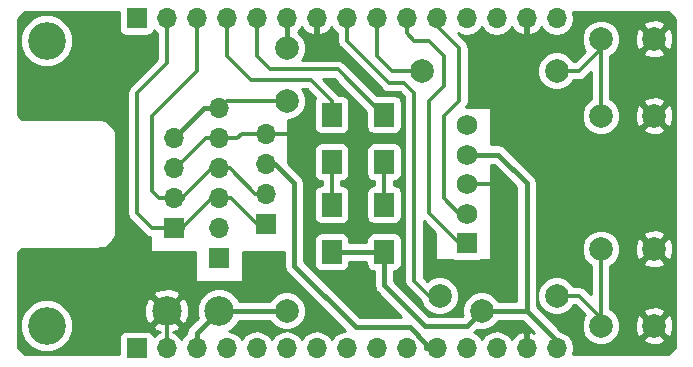
<source format=gbr>
G04 #@! TF.FileFunction,Copper,L2,Bot,Signal*
%FSLAX46Y46*%
G04 Gerber Fmt 4.6, Leading zero omitted, Abs format (unit mm)*
G04 Created by KiCad (PCBNEW 4.0.7) date 03/26/18 16:44:32*
%MOMM*%
%LPD*%
G01*
G04 APERTURE LIST*
%ADD10C,0.100000*%
%ADD11C,2.000000*%
%ADD12R,1.700000X1.700000*%
%ADD13O,1.700000X1.700000*%
%ADD14R,1.750000X1.750000*%
%ADD15C,1.750000*%
%ADD16R,1.700000X2.000000*%
%ADD17C,3.200000*%
%ADD18C,2.499360*%
%ADD19C,0.350000*%
%ADD20C,0.450000*%
%ADD21C,0.254000*%
G04 APERTURE END LIST*
D10*
D11*
X173355000Y-79375000D03*
X173355000Y-83820000D03*
X173355000Y-101600000D03*
X189865000Y-101600000D03*
X186309000Y-100330000D03*
X196215000Y-100330000D03*
X184785000Y-81280000D03*
X196215000Y-81280000D03*
D12*
X163830000Y-94615000D03*
D13*
X163830000Y-92075000D03*
X163830000Y-89535000D03*
X163830000Y-86995000D03*
D12*
X167640000Y-97155000D03*
D13*
X167640000Y-94615000D03*
X167640000Y-92075000D03*
X167640000Y-89535000D03*
X167640000Y-86995000D03*
X167640000Y-84455000D03*
D11*
X199970000Y-85090000D03*
X204470000Y-85090000D03*
X199970000Y-78590000D03*
X204470000Y-78590000D03*
X199970000Y-102870000D03*
X204470000Y-102870000D03*
X199970000Y-96370000D03*
X204470000Y-96370000D03*
D14*
X188595000Y-95885000D03*
D15*
X188595000Y-93385000D03*
X188595000Y-90885000D03*
X188595000Y-88385000D03*
X188595000Y-85885000D03*
D16*
X177165000Y-92615000D03*
X177165000Y-96615000D03*
X181610000Y-92615000D03*
X181610000Y-96615000D03*
D12*
X160655000Y-104775000D03*
D13*
X163195000Y-104775000D03*
X165735000Y-104775000D03*
X168275000Y-104775000D03*
X170815000Y-104775000D03*
X173355000Y-104775000D03*
X175895000Y-104775000D03*
X178435000Y-104775000D03*
X180975000Y-104775000D03*
X183515000Y-104775000D03*
X186055000Y-104775000D03*
X188595000Y-104775000D03*
X191135000Y-104775000D03*
X193675000Y-104775000D03*
X196215000Y-104775000D03*
D12*
X160655000Y-76835000D03*
D13*
X163195000Y-76835000D03*
X165735000Y-76835000D03*
X168275000Y-76835000D03*
X170815000Y-76835000D03*
X173355000Y-76835000D03*
X175895000Y-76835000D03*
X178435000Y-76835000D03*
X180975000Y-76835000D03*
X183515000Y-76835000D03*
X186055000Y-76835000D03*
X188595000Y-76835000D03*
X191135000Y-76835000D03*
X193675000Y-76835000D03*
X196215000Y-76835000D03*
D12*
X171577000Y-94234000D03*
D13*
X171577000Y-91694000D03*
X171577000Y-89154000D03*
X171577000Y-86614000D03*
D17*
X153035000Y-102870000D03*
X153035000Y-78740000D03*
D18*
X163195000Y-101600000D03*
X167640000Y-101600000D03*
D16*
X177165000Y-84995000D03*
X177165000Y-88995000D03*
X181610000Y-84995000D03*
X181610000Y-88995000D03*
D19*
X167640000Y-92075000D02*
X168656000Y-92075000D01*
X168656000Y-92075000D02*
X170815000Y-94234000D01*
X170815000Y-94234000D02*
X171577000Y-94234000D01*
X163830000Y-94615000D02*
X161925000Y-94615000D01*
X163195000Y-80645000D02*
X163195000Y-76835000D01*
X160655000Y-83185000D02*
X163195000Y-80645000D01*
X160655000Y-93345000D02*
X160655000Y-83185000D01*
X161925000Y-94615000D02*
X160655000Y-93345000D01*
X167640000Y-92075000D02*
X168275000Y-92075000D01*
D20*
X163830000Y-94615000D02*
X164465000Y-94615000D01*
D19*
X164465000Y-94615000D02*
X167005000Y-92075000D01*
D20*
X167005000Y-92075000D02*
X167640000Y-92075000D01*
X167005000Y-92075000D02*
X167640000Y-92075000D01*
X167005000Y-92075000D02*
X167640000Y-92075000D01*
D19*
X167640000Y-89535000D02*
X168529000Y-89535000D01*
X170688000Y-91694000D02*
X171577000Y-91694000D01*
X168529000Y-89535000D02*
X170688000Y-91694000D01*
X163830000Y-92075000D02*
X162560000Y-92075000D01*
X165735000Y-81280000D02*
X165735000Y-76835000D01*
X161925000Y-85090000D02*
X165735000Y-81280000D01*
X161925000Y-91440000D02*
X161925000Y-85090000D01*
X162560000Y-92075000D02*
X161925000Y-91440000D01*
X167640000Y-89535000D02*
X168275000Y-89535000D01*
D20*
X163830000Y-92075000D02*
X164465000Y-92075000D01*
D19*
X164465000Y-92075000D02*
X167005000Y-89535000D01*
D20*
X167005000Y-89535000D02*
X167640000Y-89535000D01*
X167005000Y-89535000D02*
X167640000Y-89535000D01*
X167005000Y-89535000D02*
X167640000Y-89535000D01*
X186055000Y-104775000D02*
X185166000Y-104775000D01*
X183769000Y-102997000D02*
X183388000Y-102997000D01*
X185166000Y-104394000D02*
X183769000Y-102997000D01*
X185166000Y-104775000D02*
X185166000Y-104394000D01*
X171577000Y-89154000D02*
X172339000Y-89154000D01*
X172339000Y-89154000D02*
X173990000Y-90805000D01*
X179197000Y-102997000D02*
X183388000Y-102997000D01*
X173990000Y-97790000D02*
X179197000Y-102997000D01*
X173990000Y-90805000D02*
X173990000Y-97790000D01*
X186055000Y-104775000D02*
X186055000Y-104775000D01*
X173355000Y-79375000D02*
X173355000Y-76835000D01*
X163830000Y-86995000D02*
X166370000Y-84455000D01*
D19*
X188595000Y-90885000D02*
X191055000Y-90885000D01*
X191055000Y-90885000D02*
X191135000Y-90805000D01*
X171577000Y-86614000D02*
X173990000Y-86614000D01*
X167640000Y-86995000D02*
X169164000Y-86995000D01*
X169164000Y-86995000D02*
X169545000Y-86614000D01*
X169545000Y-86614000D02*
X171577000Y-86614000D01*
X163195000Y-101600000D02*
X163195000Y-104775000D01*
X163830000Y-89535000D02*
X163957000Y-89535000D01*
X163957000Y-89535000D02*
X166497000Y-86995000D01*
X166497000Y-86995000D02*
X167640000Y-86995000D01*
D20*
X189865000Y-101600000D02*
X188595000Y-102870000D01*
X181610000Y-99441000D02*
X181610000Y-96615000D01*
X185039000Y-102870000D02*
X181610000Y-99441000D01*
X188595000Y-102870000D02*
X185039000Y-102870000D01*
X181610000Y-96615000D02*
X177165000Y-96615000D01*
X193675000Y-95885000D02*
X193675000Y-90805000D01*
X193675000Y-101600000D02*
X193675000Y-95885000D01*
X191255000Y-88385000D02*
X188595000Y-88385000D01*
X193675000Y-90805000D02*
X191255000Y-88385000D01*
X173355000Y-101600000D02*
X167640000Y-101600000D01*
X165735000Y-103505000D02*
X165735000Y-104775000D01*
X167640000Y-101600000D02*
X165735000Y-103505000D01*
X189865000Y-101600000D02*
X193675000Y-101600000D01*
X193675000Y-101600000D02*
X196215000Y-104140000D01*
X196215000Y-104140000D02*
X196215000Y-104775000D01*
D19*
X188595000Y-95885000D02*
X187960000Y-95885000D01*
X187960000Y-95885000D02*
X185420000Y-93345000D01*
X185420000Y-93345000D02*
X185420000Y-84455000D01*
X185420000Y-84455000D02*
X185420000Y-83820000D01*
X185420000Y-83820000D02*
X186690000Y-82550000D01*
X186690000Y-82550000D02*
X186690000Y-80010000D01*
X186690000Y-80010000D02*
X185420000Y-78740000D01*
X185420000Y-78740000D02*
X184150000Y-78740000D01*
X184150000Y-78740000D02*
X183515000Y-78105000D01*
X183515000Y-78105000D02*
X183515000Y-76835000D01*
X188595000Y-93385000D02*
X188000000Y-93385000D01*
X188000000Y-93385000D02*
X186690000Y-92075000D01*
X187960000Y-79375000D02*
X186055000Y-77470000D01*
X187960000Y-83820000D02*
X187960000Y-79375000D01*
X186690000Y-85090000D02*
X187960000Y-83820000D01*
X186690000Y-92075000D02*
X186690000Y-85090000D01*
X186055000Y-77470000D02*
X186055000Y-76835000D01*
X186055000Y-100330000D02*
X185420000Y-100330000D01*
X185420000Y-100330000D02*
X184150000Y-99060000D01*
X178435000Y-78740000D02*
X178435000Y-76835000D01*
X181991000Y-82296000D02*
X178435000Y-78740000D01*
X183261000Y-82296000D02*
X181991000Y-82296000D01*
X184150000Y-83185000D02*
X183261000Y-82296000D01*
X184150000Y-99060000D02*
X184150000Y-83185000D01*
X184785000Y-81280000D02*
X182245000Y-81280000D01*
X180975000Y-80010000D02*
X180975000Y-76835000D01*
X182245000Y-81280000D02*
X180975000Y-80010000D01*
X168275000Y-80010000D02*
X168275000Y-76835000D01*
X170307000Y-82042000D02*
X168275000Y-80010000D01*
X175387000Y-82042000D02*
X170307000Y-82042000D01*
X177165000Y-83820000D02*
X175387000Y-82042000D01*
X177165000Y-84995000D02*
X177165000Y-83820000D01*
X170815000Y-80010000D02*
X170815000Y-76835000D01*
X181610000Y-84995000D02*
X181515000Y-84995000D01*
X181515000Y-84995000D02*
X177673000Y-81153000D01*
X177673000Y-81153000D02*
X171958000Y-81153000D01*
X171958000Y-81153000D02*
X170815000Y-80010000D01*
X167640000Y-84455000D02*
X168275000Y-83820000D01*
X168275000Y-83820000D02*
X173355000Y-83820000D01*
D20*
X166370000Y-84455000D02*
X167640000Y-84455000D01*
D19*
X196215000Y-100330000D02*
X198120000Y-100330000D01*
X198120000Y-100330000D02*
X199970000Y-102180000D01*
X199970000Y-102180000D02*
X199970000Y-102870000D01*
X199970000Y-96370000D02*
X199970000Y-102870000D01*
X199970000Y-85090000D02*
X199970000Y-78590000D01*
X196215000Y-81280000D02*
X198120000Y-81280000D01*
X198120000Y-81280000D02*
X199970000Y-79430000D01*
X199970000Y-79430000D02*
X199970000Y-78590000D01*
X199970000Y-78590000D02*
X199970000Y-79430000D01*
X177165000Y-92615000D02*
X177165000Y-88995000D01*
X181610000Y-92615000D02*
X181610000Y-88995000D01*
D21*
G36*
X206248000Y-76887606D02*
X206248000Y-104722394D01*
X205687394Y-105283000D01*
X197604739Y-105283000D01*
X197700000Y-104804093D01*
X197700000Y-104745907D01*
X197586961Y-104177622D01*
X197265054Y-103695853D01*
X196783285Y-103373946D01*
X196635842Y-103344618D01*
X194535000Y-101243776D01*
X194535000Y-100653795D01*
X194579716Y-100653795D01*
X194828106Y-101254943D01*
X195287637Y-101715278D01*
X195888352Y-101964716D01*
X196538795Y-101965284D01*
X197139943Y-101716894D01*
X197600278Y-101257363D01*
X197649011Y-101140000D01*
X197784488Y-101140000D01*
X198585924Y-101941437D01*
X198584722Y-101942637D01*
X198335284Y-102543352D01*
X198334716Y-103193795D01*
X198583106Y-103794943D01*
X199042637Y-104255278D01*
X199643352Y-104504716D01*
X200293795Y-104505284D01*
X200894943Y-104256894D01*
X201129715Y-104022532D01*
X203497073Y-104022532D01*
X203595736Y-104289387D01*
X204205461Y-104515908D01*
X204855460Y-104491856D01*
X205344264Y-104289387D01*
X205442927Y-104022532D01*
X204470000Y-103049605D01*
X203497073Y-104022532D01*
X201129715Y-104022532D01*
X201355278Y-103797363D01*
X201604716Y-103196648D01*
X201605232Y-102605461D01*
X202824092Y-102605461D01*
X202848144Y-103255460D01*
X203050613Y-103744264D01*
X203317468Y-103842927D01*
X204290395Y-102870000D01*
X204649605Y-102870000D01*
X205622532Y-103842927D01*
X205889387Y-103744264D01*
X206115908Y-103134539D01*
X206091856Y-102484540D01*
X205889387Y-101995736D01*
X205622532Y-101897073D01*
X204649605Y-102870000D01*
X204290395Y-102870000D01*
X203317468Y-101897073D01*
X203050613Y-101995736D01*
X202824092Y-102605461D01*
X201605232Y-102605461D01*
X201605284Y-102546205D01*
X201356894Y-101945057D01*
X201129703Y-101717468D01*
X203497073Y-101717468D01*
X204470000Y-102690395D01*
X205442927Y-101717468D01*
X205344264Y-101450613D01*
X204734539Y-101224092D01*
X204084540Y-101248144D01*
X203595736Y-101450613D01*
X203497073Y-101717468D01*
X201129703Y-101717468D01*
X200897363Y-101484722D01*
X200780000Y-101435989D01*
X200780000Y-97804388D01*
X200894943Y-97756894D01*
X201129715Y-97522532D01*
X203497073Y-97522532D01*
X203595736Y-97789387D01*
X204205461Y-98015908D01*
X204855460Y-97991856D01*
X205344264Y-97789387D01*
X205442927Y-97522532D01*
X204470000Y-96549605D01*
X203497073Y-97522532D01*
X201129715Y-97522532D01*
X201355278Y-97297363D01*
X201604716Y-96696648D01*
X201605232Y-96105461D01*
X202824092Y-96105461D01*
X202848144Y-96755460D01*
X203050613Y-97244264D01*
X203317468Y-97342927D01*
X204290395Y-96370000D01*
X204649605Y-96370000D01*
X205622532Y-97342927D01*
X205889387Y-97244264D01*
X206115908Y-96634539D01*
X206091856Y-95984540D01*
X205889387Y-95495736D01*
X205622532Y-95397073D01*
X204649605Y-96370000D01*
X204290395Y-96370000D01*
X203317468Y-95397073D01*
X203050613Y-95495736D01*
X202824092Y-96105461D01*
X201605232Y-96105461D01*
X201605284Y-96046205D01*
X201356894Y-95445057D01*
X201129703Y-95217468D01*
X203497073Y-95217468D01*
X204470000Y-96190395D01*
X205442927Y-95217468D01*
X205344264Y-94950613D01*
X204734539Y-94724092D01*
X204084540Y-94748144D01*
X203595736Y-94950613D01*
X203497073Y-95217468D01*
X201129703Y-95217468D01*
X200897363Y-94984722D01*
X200296648Y-94735284D01*
X199646205Y-94734716D01*
X199045057Y-94983106D01*
X198584722Y-95442637D01*
X198335284Y-96043352D01*
X198334716Y-96693795D01*
X198583106Y-97294943D01*
X199042637Y-97755278D01*
X199160000Y-97804011D01*
X199160000Y-100224488D01*
X198692756Y-99757244D01*
X198630503Y-99715648D01*
X198429974Y-99581658D01*
X198120000Y-99520000D01*
X197649388Y-99520000D01*
X197601894Y-99405057D01*
X197142363Y-98944722D01*
X196541648Y-98695284D01*
X195891205Y-98694716D01*
X195290057Y-98943106D01*
X194829722Y-99402637D01*
X194580284Y-100003352D01*
X194579716Y-100653795D01*
X194535000Y-100653795D01*
X194535000Y-90805000D01*
X194469536Y-90475892D01*
X194283112Y-90196888D01*
X191863112Y-87776888D01*
X191837363Y-87759683D01*
X191584108Y-87590464D01*
X191255000Y-87525000D01*
X190627000Y-87525000D01*
X190627000Y-84455000D01*
X190616994Y-84405590D01*
X190588553Y-84363965D01*
X190546159Y-84336685D01*
X190500000Y-84328000D01*
X188576025Y-84328000D01*
X188651037Y-84215736D01*
X188708342Y-84129974D01*
X188770000Y-83820000D01*
X188770000Y-81603795D01*
X194579716Y-81603795D01*
X194828106Y-82204943D01*
X195287637Y-82665278D01*
X195888352Y-82914716D01*
X196538795Y-82915284D01*
X197139943Y-82666894D01*
X197600278Y-82207363D01*
X197649011Y-82090000D01*
X198120000Y-82090000D01*
X198429974Y-82028342D01*
X198692756Y-81852756D01*
X199160000Y-81385512D01*
X199160000Y-83655612D01*
X199045057Y-83703106D01*
X198584722Y-84162637D01*
X198335284Y-84763352D01*
X198334716Y-85413795D01*
X198583106Y-86014943D01*
X199042637Y-86475278D01*
X199643352Y-86724716D01*
X200293795Y-86725284D01*
X200894943Y-86476894D01*
X201129715Y-86242532D01*
X203497073Y-86242532D01*
X203595736Y-86509387D01*
X204205461Y-86735908D01*
X204855460Y-86711856D01*
X205344264Y-86509387D01*
X205442927Y-86242532D01*
X204470000Y-85269605D01*
X203497073Y-86242532D01*
X201129715Y-86242532D01*
X201355278Y-86017363D01*
X201604716Y-85416648D01*
X201605232Y-84825461D01*
X202824092Y-84825461D01*
X202848144Y-85475460D01*
X203050613Y-85964264D01*
X203317468Y-86062927D01*
X204290395Y-85090000D01*
X204649605Y-85090000D01*
X205622532Y-86062927D01*
X205889387Y-85964264D01*
X206115908Y-85354539D01*
X206091856Y-84704540D01*
X205889387Y-84215736D01*
X205622532Y-84117073D01*
X204649605Y-85090000D01*
X204290395Y-85090000D01*
X203317468Y-84117073D01*
X203050613Y-84215736D01*
X202824092Y-84825461D01*
X201605232Y-84825461D01*
X201605284Y-84766205D01*
X201356894Y-84165057D01*
X201129703Y-83937468D01*
X203497073Y-83937468D01*
X204470000Y-84910395D01*
X205442927Y-83937468D01*
X205344264Y-83670613D01*
X204734539Y-83444092D01*
X204084540Y-83468144D01*
X203595736Y-83670613D01*
X203497073Y-83937468D01*
X201129703Y-83937468D01*
X200897363Y-83704722D01*
X200780000Y-83655989D01*
X200780000Y-80024388D01*
X200894943Y-79976894D01*
X201129715Y-79742532D01*
X203497073Y-79742532D01*
X203595736Y-80009387D01*
X204205461Y-80235908D01*
X204855460Y-80211856D01*
X205344264Y-80009387D01*
X205442927Y-79742532D01*
X204470000Y-78769605D01*
X203497073Y-79742532D01*
X201129715Y-79742532D01*
X201355278Y-79517363D01*
X201604716Y-78916648D01*
X201605232Y-78325461D01*
X202824092Y-78325461D01*
X202848144Y-78975460D01*
X203050613Y-79464264D01*
X203317468Y-79562927D01*
X204290395Y-78590000D01*
X204649605Y-78590000D01*
X205622532Y-79562927D01*
X205889387Y-79464264D01*
X206115908Y-78854539D01*
X206091856Y-78204540D01*
X205889387Y-77715736D01*
X205622532Y-77617073D01*
X204649605Y-78590000D01*
X204290395Y-78590000D01*
X203317468Y-77617073D01*
X203050613Y-77715736D01*
X202824092Y-78325461D01*
X201605232Y-78325461D01*
X201605284Y-78266205D01*
X201356894Y-77665057D01*
X201129703Y-77437468D01*
X203497073Y-77437468D01*
X204470000Y-78410395D01*
X205442927Y-77437468D01*
X205344264Y-77170613D01*
X204734539Y-76944092D01*
X204084540Y-76968144D01*
X203595736Y-77170613D01*
X203497073Y-77437468D01*
X201129703Y-77437468D01*
X200897363Y-77204722D01*
X200296648Y-76955284D01*
X199646205Y-76954716D01*
X199045057Y-77203106D01*
X198584722Y-77662637D01*
X198335284Y-78263352D01*
X198334716Y-78913795D01*
X198583106Y-79514943D01*
X198661257Y-79593231D01*
X197784488Y-80470000D01*
X197649388Y-80470000D01*
X197601894Y-80355057D01*
X197142363Y-79894722D01*
X196541648Y-79645284D01*
X195891205Y-79644716D01*
X195290057Y-79893106D01*
X194829722Y-80352637D01*
X194580284Y-80953352D01*
X194579716Y-81603795D01*
X188770000Y-81603795D01*
X188770000Y-79375000D01*
X188731733Y-79182619D01*
X188708343Y-79065027D01*
X188532757Y-78802244D01*
X187845449Y-78114936D01*
X188026715Y-78236054D01*
X188595000Y-78349093D01*
X189163285Y-78236054D01*
X189645054Y-77914147D01*
X189865000Y-77584974D01*
X190084946Y-77914147D01*
X190566715Y-78236054D01*
X191135000Y-78349093D01*
X191703285Y-78236054D01*
X192185054Y-77914147D01*
X192412702Y-77573447D01*
X192479817Y-77716358D01*
X192908076Y-78106645D01*
X193318110Y-78276476D01*
X193548000Y-78155155D01*
X193548000Y-76962000D01*
X193528000Y-76962000D01*
X193528000Y-76708000D01*
X193548000Y-76708000D01*
X193548000Y-76688000D01*
X193802000Y-76688000D01*
X193802000Y-76708000D01*
X193822000Y-76708000D01*
X193822000Y-76962000D01*
X193802000Y-76962000D01*
X193802000Y-78155155D01*
X194031890Y-78276476D01*
X194441924Y-78106645D01*
X194870183Y-77716358D01*
X194937298Y-77573447D01*
X195164946Y-77914147D01*
X195646715Y-78236054D01*
X196215000Y-78349093D01*
X196783285Y-78236054D01*
X197265054Y-77914147D01*
X197586961Y-77432378D01*
X197700000Y-76864093D01*
X197700000Y-76805907D01*
X197604739Y-76327000D01*
X205687394Y-76327000D01*
X206248000Y-76887606D01*
X206248000Y-76887606D01*
G37*
X206248000Y-76887606D02*
X206248000Y-104722394D01*
X205687394Y-105283000D01*
X197604739Y-105283000D01*
X197700000Y-104804093D01*
X197700000Y-104745907D01*
X197586961Y-104177622D01*
X197265054Y-103695853D01*
X196783285Y-103373946D01*
X196635842Y-103344618D01*
X194535000Y-101243776D01*
X194535000Y-100653795D01*
X194579716Y-100653795D01*
X194828106Y-101254943D01*
X195287637Y-101715278D01*
X195888352Y-101964716D01*
X196538795Y-101965284D01*
X197139943Y-101716894D01*
X197600278Y-101257363D01*
X197649011Y-101140000D01*
X197784488Y-101140000D01*
X198585924Y-101941437D01*
X198584722Y-101942637D01*
X198335284Y-102543352D01*
X198334716Y-103193795D01*
X198583106Y-103794943D01*
X199042637Y-104255278D01*
X199643352Y-104504716D01*
X200293795Y-104505284D01*
X200894943Y-104256894D01*
X201129715Y-104022532D01*
X203497073Y-104022532D01*
X203595736Y-104289387D01*
X204205461Y-104515908D01*
X204855460Y-104491856D01*
X205344264Y-104289387D01*
X205442927Y-104022532D01*
X204470000Y-103049605D01*
X203497073Y-104022532D01*
X201129715Y-104022532D01*
X201355278Y-103797363D01*
X201604716Y-103196648D01*
X201605232Y-102605461D01*
X202824092Y-102605461D01*
X202848144Y-103255460D01*
X203050613Y-103744264D01*
X203317468Y-103842927D01*
X204290395Y-102870000D01*
X204649605Y-102870000D01*
X205622532Y-103842927D01*
X205889387Y-103744264D01*
X206115908Y-103134539D01*
X206091856Y-102484540D01*
X205889387Y-101995736D01*
X205622532Y-101897073D01*
X204649605Y-102870000D01*
X204290395Y-102870000D01*
X203317468Y-101897073D01*
X203050613Y-101995736D01*
X202824092Y-102605461D01*
X201605232Y-102605461D01*
X201605284Y-102546205D01*
X201356894Y-101945057D01*
X201129703Y-101717468D01*
X203497073Y-101717468D01*
X204470000Y-102690395D01*
X205442927Y-101717468D01*
X205344264Y-101450613D01*
X204734539Y-101224092D01*
X204084540Y-101248144D01*
X203595736Y-101450613D01*
X203497073Y-101717468D01*
X201129703Y-101717468D01*
X200897363Y-101484722D01*
X200780000Y-101435989D01*
X200780000Y-97804388D01*
X200894943Y-97756894D01*
X201129715Y-97522532D01*
X203497073Y-97522532D01*
X203595736Y-97789387D01*
X204205461Y-98015908D01*
X204855460Y-97991856D01*
X205344264Y-97789387D01*
X205442927Y-97522532D01*
X204470000Y-96549605D01*
X203497073Y-97522532D01*
X201129715Y-97522532D01*
X201355278Y-97297363D01*
X201604716Y-96696648D01*
X201605232Y-96105461D01*
X202824092Y-96105461D01*
X202848144Y-96755460D01*
X203050613Y-97244264D01*
X203317468Y-97342927D01*
X204290395Y-96370000D01*
X204649605Y-96370000D01*
X205622532Y-97342927D01*
X205889387Y-97244264D01*
X206115908Y-96634539D01*
X206091856Y-95984540D01*
X205889387Y-95495736D01*
X205622532Y-95397073D01*
X204649605Y-96370000D01*
X204290395Y-96370000D01*
X203317468Y-95397073D01*
X203050613Y-95495736D01*
X202824092Y-96105461D01*
X201605232Y-96105461D01*
X201605284Y-96046205D01*
X201356894Y-95445057D01*
X201129703Y-95217468D01*
X203497073Y-95217468D01*
X204470000Y-96190395D01*
X205442927Y-95217468D01*
X205344264Y-94950613D01*
X204734539Y-94724092D01*
X204084540Y-94748144D01*
X203595736Y-94950613D01*
X203497073Y-95217468D01*
X201129703Y-95217468D01*
X200897363Y-94984722D01*
X200296648Y-94735284D01*
X199646205Y-94734716D01*
X199045057Y-94983106D01*
X198584722Y-95442637D01*
X198335284Y-96043352D01*
X198334716Y-96693795D01*
X198583106Y-97294943D01*
X199042637Y-97755278D01*
X199160000Y-97804011D01*
X199160000Y-100224488D01*
X198692756Y-99757244D01*
X198630503Y-99715648D01*
X198429974Y-99581658D01*
X198120000Y-99520000D01*
X197649388Y-99520000D01*
X197601894Y-99405057D01*
X197142363Y-98944722D01*
X196541648Y-98695284D01*
X195891205Y-98694716D01*
X195290057Y-98943106D01*
X194829722Y-99402637D01*
X194580284Y-100003352D01*
X194579716Y-100653795D01*
X194535000Y-100653795D01*
X194535000Y-90805000D01*
X194469536Y-90475892D01*
X194283112Y-90196888D01*
X191863112Y-87776888D01*
X191837363Y-87759683D01*
X191584108Y-87590464D01*
X191255000Y-87525000D01*
X190627000Y-87525000D01*
X190627000Y-84455000D01*
X190616994Y-84405590D01*
X190588553Y-84363965D01*
X190546159Y-84336685D01*
X190500000Y-84328000D01*
X188576025Y-84328000D01*
X188651037Y-84215736D01*
X188708342Y-84129974D01*
X188770000Y-83820000D01*
X188770000Y-81603795D01*
X194579716Y-81603795D01*
X194828106Y-82204943D01*
X195287637Y-82665278D01*
X195888352Y-82914716D01*
X196538795Y-82915284D01*
X197139943Y-82666894D01*
X197600278Y-82207363D01*
X197649011Y-82090000D01*
X198120000Y-82090000D01*
X198429974Y-82028342D01*
X198692756Y-81852756D01*
X199160000Y-81385512D01*
X199160000Y-83655612D01*
X199045057Y-83703106D01*
X198584722Y-84162637D01*
X198335284Y-84763352D01*
X198334716Y-85413795D01*
X198583106Y-86014943D01*
X199042637Y-86475278D01*
X199643352Y-86724716D01*
X200293795Y-86725284D01*
X200894943Y-86476894D01*
X201129715Y-86242532D01*
X203497073Y-86242532D01*
X203595736Y-86509387D01*
X204205461Y-86735908D01*
X204855460Y-86711856D01*
X205344264Y-86509387D01*
X205442927Y-86242532D01*
X204470000Y-85269605D01*
X203497073Y-86242532D01*
X201129715Y-86242532D01*
X201355278Y-86017363D01*
X201604716Y-85416648D01*
X201605232Y-84825461D01*
X202824092Y-84825461D01*
X202848144Y-85475460D01*
X203050613Y-85964264D01*
X203317468Y-86062927D01*
X204290395Y-85090000D01*
X204649605Y-85090000D01*
X205622532Y-86062927D01*
X205889387Y-85964264D01*
X206115908Y-85354539D01*
X206091856Y-84704540D01*
X205889387Y-84215736D01*
X205622532Y-84117073D01*
X204649605Y-85090000D01*
X204290395Y-85090000D01*
X203317468Y-84117073D01*
X203050613Y-84215736D01*
X202824092Y-84825461D01*
X201605232Y-84825461D01*
X201605284Y-84766205D01*
X201356894Y-84165057D01*
X201129703Y-83937468D01*
X203497073Y-83937468D01*
X204470000Y-84910395D01*
X205442927Y-83937468D01*
X205344264Y-83670613D01*
X204734539Y-83444092D01*
X204084540Y-83468144D01*
X203595736Y-83670613D01*
X203497073Y-83937468D01*
X201129703Y-83937468D01*
X200897363Y-83704722D01*
X200780000Y-83655989D01*
X200780000Y-80024388D01*
X200894943Y-79976894D01*
X201129715Y-79742532D01*
X203497073Y-79742532D01*
X203595736Y-80009387D01*
X204205461Y-80235908D01*
X204855460Y-80211856D01*
X205344264Y-80009387D01*
X205442927Y-79742532D01*
X204470000Y-78769605D01*
X203497073Y-79742532D01*
X201129715Y-79742532D01*
X201355278Y-79517363D01*
X201604716Y-78916648D01*
X201605232Y-78325461D01*
X202824092Y-78325461D01*
X202848144Y-78975460D01*
X203050613Y-79464264D01*
X203317468Y-79562927D01*
X204290395Y-78590000D01*
X204649605Y-78590000D01*
X205622532Y-79562927D01*
X205889387Y-79464264D01*
X206115908Y-78854539D01*
X206091856Y-78204540D01*
X205889387Y-77715736D01*
X205622532Y-77617073D01*
X204649605Y-78590000D01*
X204290395Y-78590000D01*
X203317468Y-77617073D01*
X203050613Y-77715736D01*
X202824092Y-78325461D01*
X201605232Y-78325461D01*
X201605284Y-78266205D01*
X201356894Y-77665057D01*
X201129703Y-77437468D01*
X203497073Y-77437468D01*
X204470000Y-78410395D01*
X205442927Y-77437468D01*
X205344264Y-77170613D01*
X204734539Y-76944092D01*
X204084540Y-76968144D01*
X203595736Y-77170613D01*
X203497073Y-77437468D01*
X201129703Y-77437468D01*
X200897363Y-77204722D01*
X200296648Y-76955284D01*
X199646205Y-76954716D01*
X199045057Y-77203106D01*
X198584722Y-77662637D01*
X198335284Y-78263352D01*
X198334716Y-78913795D01*
X198583106Y-79514943D01*
X198661257Y-79593231D01*
X197784488Y-80470000D01*
X197649388Y-80470000D01*
X197601894Y-80355057D01*
X197142363Y-79894722D01*
X196541648Y-79645284D01*
X195891205Y-79644716D01*
X195290057Y-79893106D01*
X194829722Y-80352637D01*
X194580284Y-80953352D01*
X194579716Y-81603795D01*
X188770000Y-81603795D01*
X188770000Y-79375000D01*
X188731733Y-79182619D01*
X188708343Y-79065027D01*
X188532757Y-78802244D01*
X187845449Y-78114936D01*
X188026715Y-78236054D01*
X188595000Y-78349093D01*
X189163285Y-78236054D01*
X189645054Y-77914147D01*
X189865000Y-77584974D01*
X190084946Y-77914147D01*
X190566715Y-78236054D01*
X191135000Y-78349093D01*
X191703285Y-78236054D01*
X192185054Y-77914147D01*
X192412702Y-77573447D01*
X192479817Y-77716358D01*
X192908076Y-78106645D01*
X193318110Y-78276476D01*
X193548000Y-78155155D01*
X193548000Y-76962000D01*
X193528000Y-76962000D01*
X193528000Y-76708000D01*
X193548000Y-76708000D01*
X193548000Y-76688000D01*
X193802000Y-76688000D01*
X193802000Y-76708000D01*
X193822000Y-76708000D01*
X193822000Y-76962000D01*
X193802000Y-76962000D01*
X193802000Y-78155155D01*
X194031890Y-78276476D01*
X194441924Y-78106645D01*
X194870183Y-77716358D01*
X194937298Y-77573447D01*
X195164946Y-77914147D01*
X195646715Y-78236054D01*
X196215000Y-78349093D01*
X196783285Y-78236054D01*
X197265054Y-77914147D01*
X197586961Y-77432378D01*
X197700000Y-76864093D01*
X197700000Y-76805907D01*
X197604739Y-76327000D01*
X205687394Y-76327000D01*
X206248000Y-76887606D01*
G36*
X159157560Y-77685000D02*
X159201838Y-77920317D01*
X159340910Y-78136441D01*
X159553110Y-78281431D01*
X159805000Y-78332440D01*
X161505000Y-78332440D01*
X161740317Y-78288162D01*
X161956441Y-78149090D01*
X162101431Y-77936890D01*
X162115086Y-77869459D01*
X162144946Y-77914147D01*
X162385000Y-78074546D01*
X162385000Y-80309487D01*
X160082244Y-82612244D01*
X159906658Y-82875026D01*
X159845000Y-83185000D01*
X159845000Y-93345000D01*
X159906658Y-93654974D01*
X160037183Y-93850317D01*
X160082244Y-93917756D01*
X161352243Y-95187756D01*
X161425260Y-95236544D01*
X161615026Y-95363342D01*
X161798000Y-95399738D01*
X161798000Y-96520000D01*
X161808006Y-96569410D01*
X161836447Y-96611035D01*
X161878841Y-96638315D01*
X161925000Y-96647000D01*
X165608000Y-96647000D01*
X165608000Y-99060000D01*
X165618006Y-99109410D01*
X165646447Y-99151035D01*
X165688841Y-99178315D01*
X165735000Y-99187000D01*
X169545000Y-99187000D01*
X169594410Y-99176994D01*
X169636035Y-99148553D01*
X169663315Y-99106159D01*
X169672000Y-99060000D01*
X169672000Y-96647000D01*
X173130000Y-96647000D01*
X173130000Y-97790000D01*
X173195464Y-98119108D01*
X173381888Y-98398112D01*
X178276259Y-103292483D01*
X177866715Y-103373946D01*
X177384946Y-103695853D01*
X177165000Y-104025026D01*
X176945054Y-103695853D01*
X176463285Y-103373946D01*
X175895000Y-103260907D01*
X175326715Y-103373946D01*
X174844946Y-103695853D01*
X174625000Y-104025026D01*
X174405054Y-103695853D01*
X173923285Y-103373946D01*
X173355000Y-103260907D01*
X172786715Y-103373946D01*
X172304946Y-103695853D01*
X172085000Y-104025026D01*
X171865054Y-103695853D01*
X171383285Y-103373946D01*
X170815000Y-103260907D01*
X170246715Y-103373946D01*
X169764946Y-103695853D01*
X169545000Y-104025026D01*
X169325054Y-103695853D01*
X168843285Y-103373946D01*
X168464417Y-103298584D01*
X168706191Y-103198686D01*
X169236822Y-102668979D01*
X169323598Y-102460000D01*
X171941272Y-102460000D01*
X171968106Y-102524943D01*
X172427637Y-102985278D01*
X173028352Y-103234716D01*
X173678795Y-103235284D01*
X174279943Y-102986894D01*
X174740278Y-102527363D01*
X174989716Y-101926648D01*
X174990284Y-101276205D01*
X174741894Y-100675057D01*
X174282363Y-100214722D01*
X173681648Y-99965284D01*
X173031205Y-99964716D01*
X172430057Y-100213106D01*
X171969722Y-100672637D01*
X171941751Y-100740000D01*
X169323882Y-100740000D01*
X169238686Y-100533809D01*
X168708979Y-100003178D01*
X168016531Y-99715648D01*
X167266759Y-99714994D01*
X166573809Y-100001314D01*
X166043178Y-100531021D01*
X165755648Y-101223469D01*
X165754994Y-101973241D01*
X165841405Y-102182371D01*
X165126888Y-102896888D01*
X164940464Y-103175892D01*
X164875000Y-103505000D01*
X164875000Y-103568863D01*
X164684946Y-103695853D01*
X164457298Y-104036553D01*
X164390183Y-103893642D01*
X163961924Y-103503355D01*
X163755626Y-103417909D01*
X164219275Y-103225859D01*
X164348483Y-102933089D01*
X163195000Y-101779605D01*
X162041517Y-102933089D01*
X162170725Y-103225859D01*
X162652484Y-103410408D01*
X162428076Y-103503355D01*
X162125063Y-103779501D01*
X162108162Y-103689683D01*
X161969090Y-103473559D01*
X161756890Y-103328569D01*
X161505000Y-103277560D01*
X159805000Y-103277560D01*
X159569683Y-103321838D01*
X159353559Y-103460910D01*
X159208569Y-103673110D01*
X159157560Y-103925000D01*
X159157560Y-105283000D01*
X151182606Y-105283000D01*
X150622000Y-104722394D01*
X150622000Y-103312619D01*
X150799613Y-103312619D01*
X151139155Y-104134372D01*
X151767321Y-104763636D01*
X152588481Y-105104611D01*
X153477619Y-105105387D01*
X154299372Y-104765845D01*
X154928636Y-104137679D01*
X155269611Y-103316519D01*
X155270387Y-102427381D01*
X154930845Y-101605628D01*
X154601676Y-101275883D01*
X161300929Y-101275883D01*
X161321072Y-102025384D01*
X161569141Y-102624275D01*
X161861911Y-102753483D01*
X163015395Y-101600000D01*
X163374605Y-101600000D01*
X164528089Y-102753483D01*
X164820859Y-102624275D01*
X165089071Y-101924117D01*
X165068928Y-101174616D01*
X164820859Y-100575725D01*
X164528089Y-100446517D01*
X163374605Y-101600000D01*
X163015395Y-101600000D01*
X161861911Y-100446517D01*
X161569141Y-100575725D01*
X161300929Y-101275883D01*
X154601676Y-101275883D01*
X154302679Y-100976364D01*
X153481519Y-100635389D01*
X152592381Y-100634613D01*
X151770628Y-100974155D01*
X151141364Y-101602321D01*
X150800389Y-102423481D01*
X150799613Y-103312619D01*
X150622000Y-103312619D01*
X150622000Y-100266911D01*
X162041517Y-100266911D01*
X163195000Y-101420395D01*
X164348483Y-100266911D01*
X164219275Y-99974141D01*
X163519117Y-99705929D01*
X162769616Y-99726072D01*
X162170725Y-99974141D01*
X162041517Y-100266911D01*
X150622000Y-100266911D01*
X150622000Y-96709506D01*
X150625478Y-96692021D01*
X150743856Y-96514855D01*
X150921019Y-96396479D01*
X151199931Y-96341000D01*
X157480000Y-96341000D01*
X157548584Y-96327358D01*
X157618513Y-96327358D01*
X157861517Y-96279022D01*
X158117458Y-96173008D01*
X158117459Y-96173007D01*
X158323468Y-96035356D01*
X158519356Y-95839468D01*
X158657007Y-95633459D01*
X158677690Y-95583527D01*
X158735398Y-95444208D01*
X158839803Y-95339803D01*
X158867666Y-95297789D01*
X158877000Y-95250000D01*
X158877000Y-86360000D01*
X158866994Y-86310590D01*
X158839803Y-86270197D01*
X158624506Y-86054900D01*
X158519356Y-85897532D01*
X158323468Y-85701644D01*
X158117459Y-85563993D01*
X158117458Y-85563992D01*
X157861517Y-85457978D01*
X157618513Y-85409642D01*
X157548584Y-85409642D01*
X157480000Y-85396000D01*
X151199931Y-85396000D01*
X150926147Y-85341541D01*
X150624458Y-85039852D01*
X150622000Y-85027494D01*
X150622000Y-79182619D01*
X150799613Y-79182619D01*
X151139155Y-80004372D01*
X151767321Y-80633636D01*
X152588481Y-80974611D01*
X153477619Y-80975387D01*
X154299372Y-80635845D01*
X154928636Y-80007679D01*
X155269611Y-79186519D01*
X155270387Y-78297381D01*
X154930845Y-77475628D01*
X154302679Y-76846364D01*
X153481519Y-76505389D01*
X152592381Y-76504613D01*
X151770628Y-76844155D01*
X151141364Y-77472321D01*
X150800389Y-78293481D01*
X150799613Y-79182619D01*
X150622000Y-79182619D01*
X150622000Y-76887606D01*
X151182606Y-76327000D01*
X159157560Y-76327000D01*
X159157560Y-77685000D01*
X159157560Y-77685000D01*
G37*
X159157560Y-77685000D02*
X159201838Y-77920317D01*
X159340910Y-78136441D01*
X159553110Y-78281431D01*
X159805000Y-78332440D01*
X161505000Y-78332440D01*
X161740317Y-78288162D01*
X161956441Y-78149090D01*
X162101431Y-77936890D01*
X162115086Y-77869459D01*
X162144946Y-77914147D01*
X162385000Y-78074546D01*
X162385000Y-80309487D01*
X160082244Y-82612244D01*
X159906658Y-82875026D01*
X159845000Y-83185000D01*
X159845000Y-93345000D01*
X159906658Y-93654974D01*
X160037183Y-93850317D01*
X160082244Y-93917756D01*
X161352243Y-95187756D01*
X161425260Y-95236544D01*
X161615026Y-95363342D01*
X161798000Y-95399738D01*
X161798000Y-96520000D01*
X161808006Y-96569410D01*
X161836447Y-96611035D01*
X161878841Y-96638315D01*
X161925000Y-96647000D01*
X165608000Y-96647000D01*
X165608000Y-99060000D01*
X165618006Y-99109410D01*
X165646447Y-99151035D01*
X165688841Y-99178315D01*
X165735000Y-99187000D01*
X169545000Y-99187000D01*
X169594410Y-99176994D01*
X169636035Y-99148553D01*
X169663315Y-99106159D01*
X169672000Y-99060000D01*
X169672000Y-96647000D01*
X173130000Y-96647000D01*
X173130000Y-97790000D01*
X173195464Y-98119108D01*
X173381888Y-98398112D01*
X178276259Y-103292483D01*
X177866715Y-103373946D01*
X177384946Y-103695853D01*
X177165000Y-104025026D01*
X176945054Y-103695853D01*
X176463285Y-103373946D01*
X175895000Y-103260907D01*
X175326715Y-103373946D01*
X174844946Y-103695853D01*
X174625000Y-104025026D01*
X174405054Y-103695853D01*
X173923285Y-103373946D01*
X173355000Y-103260907D01*
X172786715Y-103373946D01*
X172304946Y-103695853D01*
X172085000Y-104025026D01*
X171865054Y-103695853D01*
X171383285Y-103373946D01*
X170815000Y-103260907D01*
X170246715Y-103373946D01*
X169764946Y-103695853D01*
X169545000Y-104025026D01*
X169325054Y-103695853D01*
X168843285Y-103373946D01*
X168464417Y-103298584D01*
X168706191Y-103198686D01*
X169236822Y-102668979D01*
X169323598Y-102460000D01*
X171941272Y-102460000D01*
X171968106Y-102524943D01*
X172427637Y-102985278D01*
X173028352Y-103234716D01*
X173678795Y-103235284D01*
X174279943Y-102986894D01*
X174740278Y-102527363D01*
X174989716Y-101926648D01*
X174990284Y-101276205D01*
X174741894Y-100675057D01*
X174282363Y-100214722D01*
X173681648Y-99965284D01*
X173031205Y-99964716D01*
X172430057Y-100213106D01*
X171969722Y-100672637D01*
X171941751Y-100740000D01*
X169323882Y-100740000D01*
X169238686Y-100533809D01*
X168708979Y-100003178D01*
X168016531Y-99715648D01*
X167266759Y-99714994D01*
X166573809Y-100001314D01*
X166043178Y-100531021D01*
X165755648Y-101223469D01*
X165754994Y-101973241D01*
X165841405Y-102182371D01*
X165126888Y-102896888D01*
X164940464Y-103175892D01*
X164875000Y-103505000D01*
X164875000Y-103568863D01*
X164684946Y-103695853D01*
X164457298Y-104036553D01*
X164390183Y-103893642D01*
X163961924Y-103503355D01*
X163755626Y-103417909D01*
X164219275Y-103225859D01*
X164348483Y-102933089D01*
X163195000Y-101779605D01*
X162041517Y-102933089D01*
X162170725Y-103225859D01*
X162652484Y-103410408D01*
X162428076Y-103503355D01*
X162125063Y-103779501D01*
X162108162Y-103689683D01*
X161969090Y-103473559D01*
X161756890Y-103328569D01*
X161505000Y-103277560D01*
X159805000Y-103277560D01*
X159569683Y-103321838D01*
X159353559Y-103460910D01*
X159208569Y-103673110D01*
X159157560Y-103925000D01*
X159157560Y-105283000D01*
X151182606Y-105283000D01*
X150622000Y-104722394D01*
X150622000Y-103312619D01*
X150799613Y-103312619D01*
X151139155Y-104134372D01*
X151767321Y-104763636D01*
X152588481Y-105104611D01*
X153477619Y-105105387D01*
X154299372Y-104765845D01*
X154928636Y-104137679D01*
X155269611Y-103316519D01*
X155270387Y-102427381D01*
X154930845Y-101605628D01*
X154601676Y-101275883D01*
X161300929Y-101275883D01*
X161321072Y-102025384D01*
X161569141Y-102624275D01*
X161861911Y-102753483D01*
X163015395Y-101600000D01*
X163374605Y-101600000D01*
X164528089Y-102753483D01*
X164820859Y-102624275D01*
X165089071Y-101924117D01*
X165068928Y-101174616D01*
X164820859Y-100575725D01*
X164528089Y-100446517D01*
X163374605Y-101600000D01*
X163015395Y-101600000D01*
X161861911Y-100446517D01*
X161569141Y-100575725D01*
X161300929Y-101275883D01*
X154601676Y-101275883D01*
X154302679Y-100976364D01*
X153481519Y-100635389D01*
X152592381Y-100634613D01*
X151770628Y-100974155D01*
X151141364Y-101602321D01*
X150800389Y-102423481D01*
X150799613Y-103312619D01*
X150622000Y-103312619D01*
X150622000Y-100266911D01*
X162041517Y-100266911D01*
X163195000Y-101420395D01*
X164348483Y-100266911D01*
X164219275Y-99974141D01*
X163519117Y-99705929D01*
X162769616Y-99726072D01*
X162170725Y-99974141D01*
X162041517Y-100266911D01*
X150622000Y-100266911D01*
X150622000Y-96709506D01*
X150625478Y-96692021D01*
X150743856Y-96514855D01*
X150921019Y-96396479D01*
X151199931Y-96341000D01*
X157480000Y-96341000D01*
X157548584Y-96327358D01*
X157618513Y-96327358D01*
X157861517Y-96279022D01*
X158117458Y-96173008D01*
X158117459Y-96173007D01*
X158323468Y-96035356D01*
X158519356Y-95839468D01*
X158657007Y-95633459D01*
X158677690Y-95583527D01*
X158735398Y-95444208D01*
X158839803Y-95339803D01*
X158867666Y-95297789D01*
X158877000Y-95250000D01*
X158877000Y-86360000D01*
X158866994Y-86310590D01*
X158839803Y-86270197D01*
X158624506Y-86054900D01*
X158519356Y-85897532D01*
X158323468Y-85701644D01*
X158117459Y-85563993D01*
X158117458Y-85563992D01*
X157861517Y-85457978D01*
X157618513Y-85409642D01*
X157548584Y-85409642D01*
X157480000Y-85396000D01*
X151199931Y-85396000D01*
X150926147Y-85341541D01*
X150624458Y-85039852D01*
X150622000Y-85027494D01*
X150622000Y-79182619D01*
X150799613Y-79182619D01*
X151139155Y-80004372D01*
X151767321Y-80633636D01*
X152588481Y-80974611D01*
X153477619Y-80975387D01*
X154299372Y-80635845D01*
X154928636Y-80007679D01*
X155269611Y-79186519D01*
X155270387Y-78297381D01*
X154930845Y-77475628D01*
X154302679Y-76846364D01*
X153481519Y-76505389D01*
X152592381Y-76504613D01*
X151770628Y-76844155D01*
X151141364Y-77472321D01*
X150800389Y-78293481D01*
X150799613Y-79182619D01*
X150622000Y-79182619D01*
X150622000Y-76887606D01*
X151182606Y-76327000D01*
X159157560Y-76327000D01*
X159157560Y-77685000D01*
G36*
X163322000Y-104648000D02*
X163342000Y-104648000D01*
X163342000Y-104902000D01*
X163322000Y-104902000D01*
X163322000Y-104922000D01*
X163068000Y-104922000D01*
X163068000Y-104902000D01*
X163048000Y-104902000D01*
X163048000Y-104648000D01*
X163068000Y-104648000D01*
X163068000Y-104628000D01*
X163322000Y-104628000D01*
X163322000Y-104648000D01*
X163322000Y-104648000D01*
G37*
X163322000Y-104648000D02*
X163342000Y-104648000D01*
X163342000Y-104902000D01*
X163322000Y-104902000D01*
X163322000Y-104922000D01*
X163068000Y-104922000D01*
X163068000Y-104902000D01*
X163048000Y-104902000D01*
X163048000Y-104648000D01*
X163068000Y-104648000D01*
X163068000Y-104628000D01*
X163322000Y-104628000D01*
X163322000Y-104648000D01*
G36*
X194305715Y-103446939D02*
X194031890Y-103333524D01*
X193802000Y-103454845D01*
X193802000Y-104648000D01*
X193822000Y-104648000D01*
X193822000Y-104902000D01*
X193802000Y-104902000D01*
X193802000Y-104922000D01*
X193548000Y-104922000D01*
X193548000Y-104902000D01*
X193528000Y-104902000D01*
X193528000Y-104648000D01*
X193548000Y-104648000D01*
X193548000Y-103454845D01*
X193318110Y-103333524D01*
X192908076Y-103503355D01*
X192479817Y-103893642D01*
X192412702Y-104036553D01*
X192185054Y-103695853D01*
X191703285Y-103373946D01*
X191135000Y-103260907D01*
X190566715Y-103373946D01*
X190084946Y-103695853D01*
X189865000Y-104025026D01*
X189645054Y-103695853D01*
X189249603Y-103431621D01*
X189473455Y-103207769D01*
X189538352Y-103234716D01*
X190188795Y-103235284D01*
X190789943Y-102986894D01*
X191250278Y-102527363D01*
X191278249Y-102460000D01*
X193318776Y-102460000D01*
X194305715Y-103446939D01*
X194305715Y-103446939D01*
G37*
X194305715Y-103446939D02*
X194031890Y-103333524D01*
X193802000Y-103454845D01*
X193802000Y-104648000D01*
X193822000Y-104648000D01*
X193822000Y-104902000D01*
X193802000Y-104902000D01*
X193802000Y-104922000D01*
X193548000Y-104922000D01*
X193548000Y-104902000D01*
X193528000Y-104902000D01*
X193528000Y-104648000D01*
X193548000Y-104648000D01*
X193548000Y-103454845D01*
X193318110Y-103333524D01*
X192908076Y-103503355D01*
X192479817Y-103893642D01*
X192412702Y-104036553D01*
X192185054Y-103695853D01*
X191703285Y-103373946D01*
X191135000Y-103260907D01*
X190566715Y-103373946D01*
X190084946Y-103695853D01*
X189865000Y-104025026D01*
X189645054Y-103695853D01*
X189249603Y-103431621D01*
X189473455Y-103207769D01*
X189538352Y-103234716D01*
X190188795Y-103235284D01*
X190789943Y-102986894D01*
X191250278Y-102527363D01*
X191278249Y-102460000D01*
X193318776Y-102460000D01*
X194305715Y-103446939D01*
G36*
X176022000Y-76708000D02*
X176042000Y-76708000D01*
X176042000Y-76962000D01*
X176022000Y-76962000D01*
X176022000Y-78155155D01*
X176251890Y-78276476D01*
X176661924Y-78106645D01*
X177090183Y-77716358D01*
X177157298Y-77573447D01*
X177384946Y-77914147D01*
X177625000Y-78074546D01*
X177625000Y-78740000D01*
X177686658Y-79049974D01*
X177828101Y-79261658D01*
X177862244Y-79312756D01*
X181418243Y-82868756D01*
X181549635Y-82956549D01*
X181681026Y-83044342D01*
X181991000Y-83106000D01*
X182925488Y-83106000D01*
X183340000Y-83520513D01*
X183340000Y-99060000D01*
X183401658Y-99369974D01*
X183543101Y-99581658D01*
X183577244Y-99632756D01*
X184726832Y-100782345D01*
X184922106Y-101254943D01*
X185381637Y-101715278D01*
X185982352Y-101964716D01*
X186632795Y-101965284D01*
X187233943Y-101716894D01*
X187694278Y-101257363D01*
X187943716Y-100656648D01*
X187944284Y-100006205D01*
X187695894Y-99405057D01*
X187236363Y-98944722D01*
X186635648Y-98695284D01*
X185985205Y-98694716D01*
X185384057Y-98943106D01*
X185281248Y-99045735D01*
X184960000Y-98724488D01*
X184960000Y-94030512D01*
X185928000Y-94998512D01*
X185928000Y-97155000D01*
X185938006Y-97204410D01*
X185966447Y-97246035D01*
X186008841Y-97273315D01*
X186055000Y-97282000D01*
X187359177Y-97282000D01*
X187468110Y-97356431D01*
X187720000Y-97407440D01*
X189470000Y-97407440D01*
X189705317Y-97363162D01*
X189831446Y-97282000D01*
X190500000Y-97282000D01*
X190549410Y-97271994D01*
X190591035Y-97243553D01*
X190618315Y-97201159D01*
X190627000Y-97155000D01*
X190627000Y-89245000D01*
X190898776Y-89245000D01*
X192815000Y-91161224D01*
X192815000Y-100740000D01*
X191278728Y-100740000D01*
X191251894Y-100675057D01*
X190792363Y-100214722D01*
X190191648Y-99965284D01*
X189541205Y-99964716D01*
X188940057Y-100213106D01*
X188479722Y-100672637D01*
X188230284Y-101273352D01*
X188229716Y-101923795D01*
X188257570Y-101991206D01*
X188238776Y-102010000D01*
X185395224Y-102010000D01*
X182470000Y-99084776D01*
X182470000Y-98260558D01*
X182695317Y-98218162D01*
X182911441Y-98079090D01*
X183056431Y-97866890D01*
X183107440Y-97615000D01*
X183107440Y-95615000D01*
X183063162Y-95379683D01*
X182924090Y-95163559D01*
X182711890Y-95018569D01*
X182460000Y-94967560D01*
X180760000Y-94967560D01*
X180524683Y-95011838D01*
X180308559Y-95150910D01*
X180163569Y-95363110D01*
X180112560Y-95615000D01*
X180112560Y-95755000D01*
X178662440Y-95755000D01*
X178662440Y-95615000D01*
X178618162Y-95379683D01*
X178479090Y-95163559D01*
X178266890Y-95018569D01*
X178015000Y-94967560D01*
X176315000Y-94967560D01*
X176079683Y-95011838D01*
X175863559Y-95150910D01*
X175718569Y-95363110D01*
X175667560Y-95615000D01*
X175667560Y-97615000D01*
X175711838Y-97850317D01*
X175850910Y-98066441D01*
X176063110Y-98211431D01*
X176315000Y-98262440D01*
X178015000Y-98262440D01*
X178250317Y-98218162D01*
X178466441Y-98079090D01*
X178611431Y-97866890D01*
X178662440Y-97615000D01*
X178662440Y-97475000D01*
X180112560Y-97475000D01*
X180112560Y-97615000D01*
X180156838Y-97850317D01*
X180295910Y-98066441D01*
X180508110Y-98211431D01*
X180750000Y-98260415D01*
X180750000Y-99441000D01*
X180815464Y-99770108D01*
X180971196Y-100003178D01*
X181001888Y-100049112D01*
X183089776Y-102137000D01*
X179553224Y-102137000D01*
X174850000Y-97433776D01*
X174850000Y-90805005D01*
X174850001Y-90805000D01*
X174784537Y-90475893D01*
X174598112Y-90196888D01*
X173482000Y-89080776D01*
X173482000Y-87995000D01*
X175667560Y-87995000D01*
X175667560Y-89995000D01*
X175711838Y-90230317D01*
X175850910Y-90446441D01*
X176063110Y-90591431D01*
X176315000Y-90642440D01*
X176355000Y-90642440D01*
X176355000Y-90967560D01*
X176315000Y-90967560D01*
X176079683Y-91011838D01*
X175863559Y-91150910D01*
X175718569Y-91363110D01*
X175667560Y-91615000D01*
X175667560Y-93615000D01*
X175711838Y-93850317D01*
X175850910Y-94066441D01*
X176063110Y-94211431D01*
X176315000Y-94262440D01*
X178015000Y-94262440D01*
X178250317Y-94218162D01*
X178466441Y-94079090D01*
X178611431Y-93866890D01*
X178662440Y-93615000D01*
X178662440Y-91615000D01*
X178618162Y-91379683D01*
X178479090Y-91163559D01*
X178266890Y-91018569D01*
X178015000Y-90967560D01*
X177975000Y-90967560D01*
X177975000Y-90642440D01*
X178015000Y-90642440D01*
X178250317Y-90598162D01*
X178466441Y-90459090D01*
X178611431Y-90246890D01*
X178662440Y-89995000D01*
X178662440Y-87995000D01*
X180112560Y-87995000D01*
X180112560Y-89995000D01*
X180156838Y-90230317D01*
X180295910Y-90446441D01*
X180508110Y-90591431D01*
X180760000Y-90642440D01*
X180800000Y-90642440D01*
X180800000Y-90967560D01*
X180760000Y-90967560D01*
X180524683Y-91011838D01*
X180308559Y-91150910D01*
X180163569Y-91363110D01*
X180112560Y-91615000D01*
X180112560Y-93615000D01*
X180156838Y-93850317D01*
X180295910Y-94066441D01*
X180508110Y-94211431D01*
X180760000Y-94262440D01*
X182460000Y-94262440D01*
X182695317Y-94218162D01*
X182911441Y-94079090D01*
X183056431Y-93866890D01*
X183107440Y-93615000D01*
X183107440Y-91615000D01*
X183063162Y-91379683D01*
X182924090Y-91163559D01*
X182711890Y-91018569D01*
X182460000Y-90967560D01*
X182420000Y-90967560D01*
X182420000Y-90642440D01*
X182460000Y-90642440D01*
X182695317Y-90598162D01*
X182911441Y-90459090D01*
X183056431Y-90246890D01*
X183107440Y-89995000D01*
X183107440Y-87995000D01*
X183063162Y-87759683D01*
X182924090Y-87543559D01*
X182711890Y-87398569D01*
X182460000Y-87347560D01*
X180760000Y-87347560D01*
X180524683Y-87391838D01*
X180308559Y-87530910D01*
X180163569Y-87743110D01*
X180112560Y-87995000D01*
X178662440Y-87995000D01*
X178618162Y-87759683D01*
X178479090Y-87543559D01*
X178266890Y-87398569D01*
X178015000Y-87347560D01*
X176315000Y-87347560D01*
X176079683Y-87391838D01*
X175863559Y-87530910D01*
X175718569Y-87743110D01*
X175667560Y-87995000D01*
X173482000Y-87995000D01*
X173482000Y-85455112D01*
X173678795Y-85455284D01*
X174279943Y-85206894D01*
X174740278Y-84747363D01*
X174989716Y-84146648D01*
X174990284Y-83496205D01*
X174741894Y-82895057D01*
X174698912Y-82852000D01*
X175051488Y-82852000D01*
X175809506Y-83610019D01*
X175718569Y-83743110D01*
X175667560Y-83995000D01*
X175667560Y-85995000D01*
X175711838Y-86230317D01*
X175850910Y-86446441D01*
X176063110Y-86591431D01*
X176315000Y-86642440D01*
X178015000Y-86642440D01*
X178250317Y-86598162D01*
X178466441Y-86459090D01*
X178611431Y-86246890D01*
X178662440Y-85995000D01*
X178662440Y-83995000D01*
X178618162Y-83759683D01*
X178479090Y-83543559D01*
X178266890Y-83398569D01*
X178015000Y-83347560D01*
X177804786Y-83347560D01*
X177737757Y-83247244D01*
X176453512Y-81963000D01*
X177337488Y-81963000D01*
X180112560Y-84738073D01*
X180112560Y-85995000D01*
X180156838Y-86230317D01*
X180295910Y-86446441D01*
X180508110Y-86591431D01*
X180760000Y-86642440D01*
X182460000Y-86642440D01*
X182695317Y-86598162D01*
X182911441Y-86459090D01*
X183056431Y-86246890D01*
X183107440Y-85995000D01*
X183107440Y-83995000D01*
X183063162Y-83759683D01*
X182924090Y-83543559D01*
X182711890Y-83398569D01*
X182460000Y-83347560D01*
X181013073Y-83347560D01*
X178245756Y-80580244D01*
X178173042Y-80531658D01*
X177982974Y-80404658D01*
X177673000Y-80343000D01*
X174699570Y-80343000D01*
X174740278Y-80302363D01*
X174989716Y-79701648D01*
X174990284Y-79051205D01*
X174741894Y-78450057D01*
X174286198Y-77993564D01*
X174405054Y-77914147D01*
X174632702Y-77573447D01*
X174699817Y-77716358D01*
X175128076Y-78106645D01*
X175538110Y-78276476D01*
X175768000Y-78155155D01*
X175768000Y-76962000D01*
X175748000Y-76962000D01*
X175748000Y-76708000D01*
X175768000Y-76708000D01*
X175768000Y-76688000D01*
X176022000Y-76688000D01*
X176022000Y-76708000D01*
X176022000Y-76708000D01*
G37*
X176022000Y-76708000D02*
X176042000Y-76708000D01*
X176042000Y-76962000D01*
X176022000Y-76962000D01*
X176022000Y-78155155D01*
X176251890Y-78276476D01*
X176661924Y-78106645D01*
X177090183Y-77716358D01*
X177157298Y-77573447D01*
X177384946Y-77914147D01*
X177625000Y-78074546D01*
X177625000Y-78740000D01*
X177686658Y-79049974D01*
X177828101Y-79261658D01*
X177862244Y-79312756D01*
X181418243Y-82868756D01*
X181549635Y-82956549D01*
X181681026Y-83044342D01*
X181991000Y-83106000D01*
X182925488Y-83106000D01*
X183340000Y-83520513D01*
X183340000Y-99060000D01*
X183401658Y-99369974D01*
X183543101Y-99581658D01*
X183577244Y-99632756D01*
X184726832Y-100782345D01*
X184922106Y-101254943D01*
X185381637Y-101715278D01*
X185982352Y-101964716D01*
X186632795Y-101965284D01*
X187233943Y-101716894D01*
X187694278Y-101257363D01*
X187943716Y-100656648D01*
X187944284Y-100006205D01*
X187695894Y-99405057D01*
X187236363Y-98944722D01*
X186635648Y-98695284D01*
X185985205Y-98694716D01*
X185384057Y-98943106D01*
X185281248Y-99045735D01*
X184960000Y-98724488D01*
X184960000Y-94030512D01*
X185928000Y-94998512D01*
X185928000Y-97155000D01*
X185938006Y-97204410D01*
X185966447Y-97246035D01*
X186008841Y-97273315D01*
X186055000Y-97282000D01*
X187359177Y-97282000D01*
X187468110Y-97356431D01*
X187720000Y-97407440D01*
X189470000Y-97407440D01*
X189705317Y-97363162D01*
X189831446Y-97282000D01*
X190500000Y-97282000D01*
X190549410Y-97271994D01*
X190591035Y-97243553D01*
X190618315Y-97201159D01*
X190627000Y-97155000D01*
X190627000Y-89245000D01*
X190898776Y-89245000D01*
X192815000Y-91161224D01*
X192815000Y-100740000D01*
X191278728Y-100740000D01*
X191251894Y-100675057D01*
X190792363Y-100214722D01*
X190191648Y-99965284D01*
X189541205Y-99964716D01*
X188940057Y-100213106D01*
X188479722Y-100672637D01*
X188230284Y-101273352D01*
X188229716Y-101923795D01*
X188257570Y-101991206D01*
X188238776Y-102010000D01*
X185395224Y-102010000D01*
X182470000Y-99084776D01*
X182470000Y-98260558D01*
X182695317Y-98218162D01*
X182911441Y-98079090D01*
X183056431Y-97866890D01*
X183107440Y-97615000D01*
X183107440Y-95615000D01*
X183063162Y-95379683D01*
X182924090Y-95163559D01*
X182711890Y-95018569D01*
X182460000Y-94967560D01*
X180760000Y-94967560D01*
X180524683Y-95011838D01*
X180308559Y-95150910D01*
X180163569Y-95363110D01*
X180112560Y-95615000D01*
X180112560Y-95755000D01*
X178662440Y-95755000D01*
X178662440Y-95615000D01*
X178618162Y-95379683D01*
X178479090Y-95163559D01*
X178266890Y-95018569D01*
X178015000Y-94967560D01*
X176315000Y-94967560D01*
X176079683Y-95011838D01*
X175863559Y-95150910D01*
X175718569Y-95363110D01*
X175667560Y-95615000D01*
X175667560Y-97615000D01*
X175711838Y-97850317D01*
X175850910Y-98066441D01*
X176063110Y-98211431D01*
X176315000Y-98262440D01*
X178015000Y-98262440D01*
X178250317Y-98218162D01*
X178466441Y-98079090D01*
X178611431Y-97866890D01*
X178662440Y-97615000D01*
X178662440Y-97475000D01*
X180112560Y-97475000D01*
X180112560Y-97615000D01*
X180156838Y-97850317D01*
X180295910Y-98066441D01*
X180508110Y-98211431D01*
X180750000Y-98260415D01*
X180750000Y-99441000D01*
X180815464Y-99770108D01*
X180971196Y-100003178D01*
X181001888Y-100049112D01*
X183089776Y-102137000D01*
X179553224Y-102137000D01*
X174850000Y-97433776D01*
X174850000Y-90805005D01*
X174850001Y-90805000D01*
X174784537Y-90475893D01*
X174598112Y-90196888D01*
X173482000Y-89080776D01*
X173482000Y-87995000D01*
X175667560Y-87995000D01*
X175667560Y-89995000D01*
X175711838Y-90230317D01*
X175850910Y-90446441D01*
X176063110Y-90591431D01*
X176315000Y-90642440D01*
X176355000Y-90642440D01*
X176355000Y-90967560D01*
X176315000Y-90967560D01*
X176079683Y-91011838D01*
X175863559Y-91150910D01*
X175718569Y-91363110D01*
X175667560Y-91615000D01*
X175667560Y-93615000D01*
X175711838Y-93850317D01*
X175850910Y-94066441D01*
X176063110Y-94211431D01*
X176315000Y-94262440D01*
X178015000Y-94262440D01*
X178250317Y-94218162D01*
X178466441Y-94079090D01*
X178611431Y-93866890D01*
X178662440Y-93615000D01*
X178662440Y-91615000D01*
X178618162Y-91379683D01*
X178479090Y-91163559D01*
X178266890Y-91018569D01*
X178015000Y-90967560D01*
X177975000Y-90967560D01*
X177975000Y-90642440D01*
X178015000Y-90642440D01*
X178250317Y-90598162D01*
X178466441Y-90459090D01*
X178611431Y-90246890D01*
X178662440Y-89995000D01*
X178662440Y-87995000D01*
X180112560Y-87995000D01*
X180112560Y-89995000D01*
X180156838Y-90230317D01*
X180295910Y-90446441D01*
X180508110Y-90591431D01*
X180760000Y-90642440D01*
X180800000Y-90642440D01*
X180800000Y-90967560D01*
X180760000Y-90967560D01*
X180524683Y-91011838D01*
X180308559Y-91150910D01*
X180163569Y-91363110D01*
X180112560Y-91615000D01*
X180112560Y-93615000D01*
X180156838Y-93850317D01*
X180295910Y-94066441D01*
X180508110Y-94211431D01*
X180760000Y-94262440D01*
X182460000Y-94262440D01*
X182695317Y-94218162D01*
X182911441Y-94079090D01*
X183056431Y-93866890D01*
X183107440Y-93615000D01*
X183107440Y-91615000D01*
X183063162Y-91379683D01*
X182924090Y-91163559D01*
X182711890Y-91018569D01*
X182460000Y-90967560D01*
X182420000Y-90967560D01*
X182420000Y-90642440D01*
X182460000Y-90642440D01*
X182695317Y-90598162D01*
X182911441Y-90459090D01*
X183056431Y-90246890D01*
X183107440Y-89995000D01*
X183107440Y-87995000D01*
X183063162Y-87759683D01*
X182924090Y-87543559D01*
X182711890Y-87398569D01*
X182460000Y-87347560D01*
X180760000Y-87347560D01*
X180524683Y-87391838D01*
X180308559Y-87530910D01*
X180163569Y-87743110D01*
X180112560Y-87995000D01*
X178662440Y-87995000D01*
X178618162Y-87759683D01*
X178479090Y-87543559D01*
X178266890Y-87398569D01*
X178015000Y-87347560D01*
X176315000Y-87347560D01*
X176079683Y-87391838D01*
X175863559Y-87530910D01*
X175718569Y-87743110D01*
X175667560Y-87995000D01*
X173482000Y-87995000D01*
X173482000Y-85455112D01*
X173678795Y-85455284D01*
X174279943Y-85206894D01*
X174740278Y-84747363D01*
X174989716Y-84146648D01*
X174990284Y-83496205D01*
X174741894Y-82895057D01*
X174698912Y-82852000D01*
X175051488Y-82852000D01*
X175809506Y-83610019D01*
X175718569Y-83743110D01*
X175667560Y-83995000D01*
X175667560Y-85995000D01*
X175711838Y-86230317D01*
X175850910Y-86446441D01*
X176063110Y-86591431D01*
X176315000Y-86642440D01*
X178015000Y-86642440D01*
X178250317Y-86598162D01*
X178466441Y-86459090D01*
X178611431Y-86246890D01*
X178662440Y-85995000D01*
X178662440Y-83995000D01*
X178618162Y-83759683D01*
X178479090Y-83543559D01*
X178266890Y-83398569D01*
X178015000Y-83347560D01*
X177804786Y-83347560D01*
X177737757Y-83247244D01*
X176453512Y-81963000D01*
X177337488Y-81963000D01*
X180112560Y-84738073D01*
X180112560Y-85995000D01*
X180156838Y-86230317D01*
X180295910Y-86446441D01*
X180508110Y-86591431D01*
X180760000Y-86642440D01*
X182460000Y-86642440D01*
X182695317Y-86598162D01*
X182911441Y-86459090D01*
X183056431Y-86246890D01*
X183107440Y-85995000D01*
X183107440Y-83995000D01*
X183063162Y-83759683D01*
X182924090Y-83543559D01*
X182711890Y-83398569D01*
X182460000Y-83347560D01*
X181013073Y-83347560D01*
X178245756Y-80580244D01*
X178173042Y-80531658D01*
X177982974Y-80404658D01*
X177673000Y-80343000D01*
X174699570Y-80343000D01*
X174740278Y-80302363D01*
X174989716Y-79701648D01*
X174990284Y-79051205D01*
X174741894Y-78450057D01*
X174286198Y-77993564D01*
X174405054Y-77914147D01*
X174632702Y-77573447D01*
X174699817Y-77716358D01*
X175128076Y-78106645D01*
X175538110Y-78276476D01*
X175768000Y-78155155D01*
X175768000Y-76962000D01*
X175748000Y-76962000D01*
X175748000Y-76708000D01*
X175768000Y-76708000D01*
X175768000Y-76688000D01*
X176022000Y-76688000D01*
X176022000Y-76708000D01*
M02*

</source>
